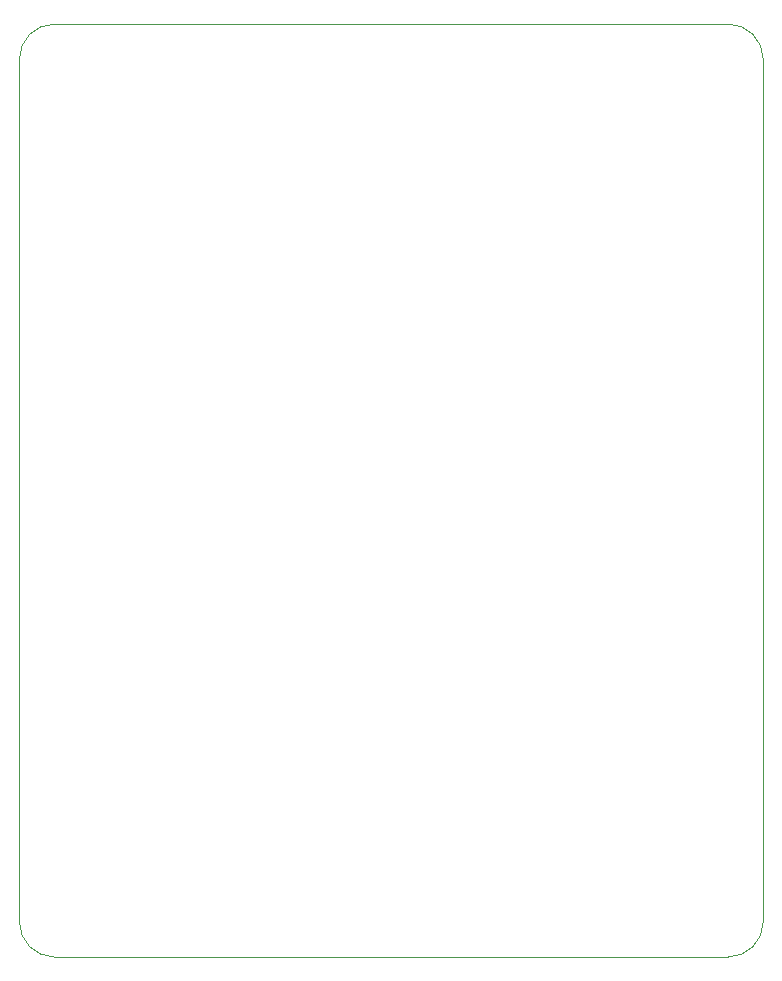
<source format=gbr>
%TF.GenerationSoftware,KiCad,Pcbnew,(6.0.0)*%
%TF.CreationDate,2022-05-13T18:06:45+02:00*%
%TF.ProjectId,Carte Actionneur petit robot JLC PCB,43617274-6520-4416-9374-696f6e6e6575,rev?*%
%TF.SameCoordinates,Original*%
%TF.FileFunction,Profile,NP*%
%FSLAX46Y46*%
G04 Gerber Fmt 4.6, Leading zero omitted, Abs format (unit mm)*
G04 Created by KiCad (PCBNEW (6.0.0)) date 2022-05-13 18:06:45*
%MOMM*%
%LPD*%
G01*
G04 APERTURE LIST*
%TA.AperFunction,Profile*%
%ADD10C,0.100000*%
%TD*%
G04 APERTURE END LIST*
D10*
X203000000Y-63000000D02*
G75*
G03*
X200000000Y-60000000I-3000001J-1D01*
G01*
X200000000Y-60000000D02*
X143000000Y-60000000D01*
X143000000Y-60000000D02*
G75*
G03*
X140000000Y-63000000I1J-3000001D01*
G01*
X203000000Y-136000000D02*
X203000000Y-63000000D01*
X200000000Y-139000000D02*
X143000000Y-139000000D01*
X140000000Y-136000000D02*
G75*
G03*
X143000000Y-139000000I3000001J1D01*
G01*
X140000000Y-63000000D02*
X140000000Y-136000000D01*
X200000000Y-139000000D02*
G75*
G03*
X203000000Y-136000000I-1J3000001D01*
G01*
M02*

</source>
